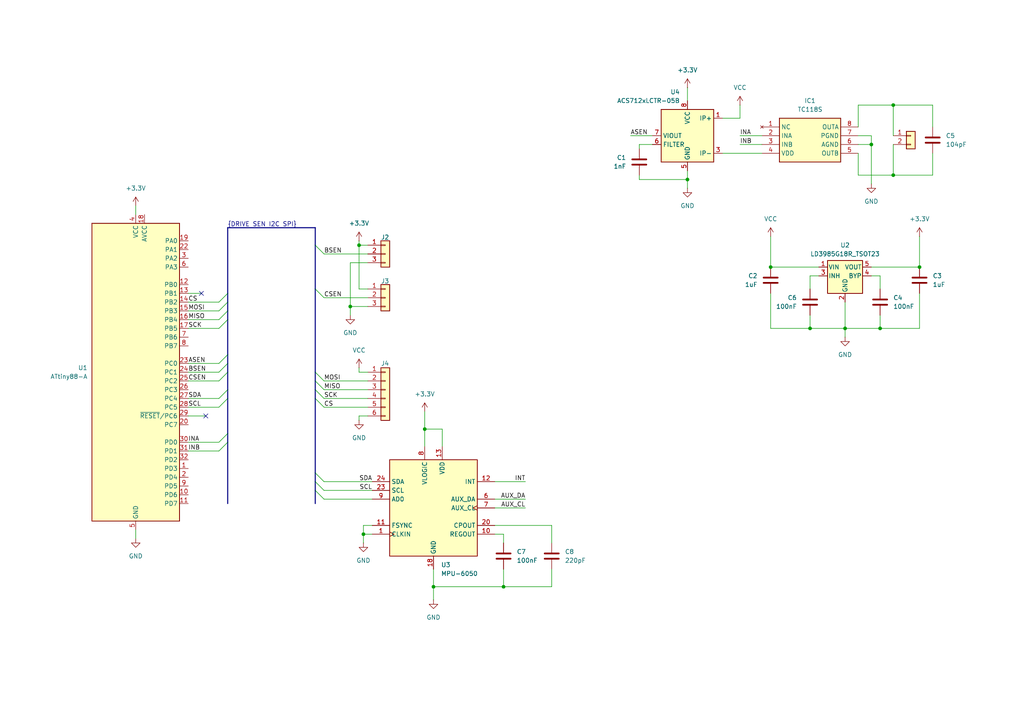
<source format=kicad_sch>
(kicad_sch (version 20231120) (generator "eeschema") (generator_version "8.0")
  (paper "A4")
  (lib_symbols
    (symbol "Connector_Generic:Conn_01x02" (pin_names (offset 1.016) hide)
      (property "Reference" "J" (at 0 2.54 0))
      (property "Value" "Conn_01x02" (at 0 -5.08 0))
      (symbol "Conn_01x02_1_1"
        (rectangle (start -1.27 -2.413) (end 0 -2.667) (stroke (width 0.1524)))
        (rectangle (start -1.27 0.127) (end 0 -0.127) (stroke (width 0.1524)))
        (rectangle (start -1.27 1.27) (end 1.27 -3.81) (stroke (width 0.254)) (fill (type background)))
        (pin passive line (at -5.08 0 0) (length 3.81) (name "Pin_1") (number "1"))
        (pin passive line (at -5.08 -2.54 0) (length 3.81) (name "Pin_2") (number "2"))
      )
    )
    (symbol "Connector_Generic:Conn_01x03" (pin_names (offset 1.016) hide)
      (property "Reference" "J" (at 0 5.08 0))
      (property "Value" "Conn_01x03" (at 0 -5.08 0))
      (symbol "Conn_01x03_1_1"
        (rectangle (start -1.27 -2.413) (end 0 -2.667) (stroke (width 0.1524)))
        (rectangle (start -1.27 0.127) (end 0 -0.127) (stroke (width 0.1524)))
        (rectangle (start -1.27 2.667) (end 0 2.413) (stroke (width 0.1524)))
        (rectangle (start -1.27 3.81) (end 1.27 -3.81) (stroke (width 0.254)) (fill (type background)))
        (pin passive line (at -5.08 2.54 0) (length 3.81) (name "Pin_1") (number "1"))
        (pin passive line (at -5.08 0 0) (length 3.81) (name "Pin_2") (number "2"))
        (pin passive line (at -5.08 -2.54 0) (length 3.81) (name "Pin_3") (number "3"))
      )
    )
    (symbol "Connector_Generic:Conn_01x06" (pin_names (offset 1.016) hide)
      (property "Reference" "J" (at 0 7.62 0))
      (property "Value" "Conn_01x06" (at 0 -10.16 0))
      (symbol "Conn_01x06_1_1"
        (rectangle (start -1.27 -7.493) (end 0 -7.747) (stroke (width 0.1524)))
        (rectangle (start -1.27 -4.953) (end 0 -5.207) (stroke (width 0.1524)))
        (rectangle (start -1.27 -2.413) (end 0 -2.667) (stroke (width 0.1524)))
        (rectangle (start -1.27 0.127) (end 0 -0.127) (stroke (width 0.1524)))
        (rectangle (start -1.27 2.667) (end 0 2.413) (stroke (width 0.1524)))
        (rectangle (start -1.27 5.207) (end 0 4.953) (stroke (width 0.1524)))
        (rectangle (start -1.27 6.35) (end 1.27 -8.89) (stroke (width 0.254)) (fill (type background)))
        (pin passive line (at -5.08 5.08 0) (length 3.81) (name "Pin_1") (number "1"))
        (pin passive line (at -5.08 2.54 0) (length 3.81) (name "Pin_2") (number "2"))
        (pin passive line (at -5.08 0 0) (length 3.81) (name "Pin_3") (number "3"))
        (pin passive line (at -5.08 -2.54 0) (length 3.81) (name "Pin_4") (number "4"))
        (pin passive line (at -5.08 -5.08 0) (length 3.81) (name "Pin_5") (number "5"))
        (pin passive line (at -5.08 -7.62 0) (length 3.81) (name "Pin_6") (number "6"))
      )
    )
    (symbol "Device:C" (pin_numbers hide) (pin_names (offset 0.254))
      (property "Reference" "C" (at 0.635 2.54 0))
      (property "Value" "C" (at 0.635 -2.54 0))
      (symbol "C_0_1"
        (polyline (pts (xy -2.032 -0.762) (xy 2.032 -0.762)) (stroke (width 0.508)))
        (polyline (pts (xy -2.032 0.762) (xy 2.032 0.762)) (stroke (width 0.508)))
      )
      (symbol "C_1_1"
        (pin passive line (at 0 3.81 270) (length 2.794) (name "~") (number "1"))
        (pin passive line (at 0 -3.81 90) (length 2.794) (name "~") (number "2"))
      )
    )
    (symbol "MCU_Microchip_ATtiny:ATtiny88-A"
      (property "Reference" "U" (at -12.7 44.45 0))
      (property "Value" "ATtiny88-A" (at 2.54 -44.45 0))
      (symbol "ATtiny88-A_0_1"
        (rectangle (start -12.7 -43.18) (end 12.7 43.18) (stroke (width 0.254)) (fill (type background)))
      )
      (symbol "ATtiny88-A_1_1"
        (pin bidirectional line (at 15.24 -27.94 180) (length 2.54) (name "PD3") (number "1"))
        (pin bidirectional line (at 15.24 -35.56 180) (length 2.54) (name "PD6") (number "10"))
        (pin bidirectional line (at 15.24 -38.1 180) (length 2.54) (name "PD7") (number "11"))
        (pin bidirectional line (at 15.24 25.4 180) (length 2.54) (name "PB0") (number "12"))
        (pin bidirectional line (at 15.24 22.86 180) (length 2.54) (name "PB1") (number "13"))
        (pin bidirectional line (at 15.24 20.32 180) (length 2.54) (name "PB2") (number "14"))
        (pin bidirectional line (at 15.24 17.78 180) (length 2.54) (name "PB3") (number "15"))
        (pin bidirectional line (at 15.24 15.24 180) (length 2.54) (name "PB4") (number "16"))
        (pin bidirectional line (at 15.24 12.7 180) (length 2.54) (name "PB5") (number "17"))
        (pin power_in line (at 2.54 45.72 270) (length 2.54) (name "AVCC") (number "18"))
        (pin bidirectional line (at 15.24 38.1 180) (length 2.54) (name "PA0") (number "19"))
        (pin bidirectional line (at 15.24 -30.48 180) (length 2.54) (name "PD4") (number "2"))
        (pin bidirectional line (at 15.24 -15.24 180) (length 2.54) (name "PC7") (number "20"))
        (pin passive line (at 0 -45.72 90) (length 2.54) hide (name "GND") (number "21"))
        (pin bidirectional line (at 15.24 35.56 180) (length 2.54) (name "PA1") (number "22"))
        (pin bidirectional line (at 15.24 2.54 180) (length 2.54) (name "PC0") (number "23"))
        (pin bidirectional line (at 15.24 0 180) (length 2.54) (name "PC1") (number "24"))
        (pin bidirectional line (at 15.24 -2.54 180) (length 2.54) (name "PC2") (number "25"))
        (pin bidirectional line (at 15.24 -5.08 180) (length 2.54) (name "PC3") (number "26"))
        (pin bidirectional line (at 15.24 -7.62 180) (length 2.54) (name "PC4") (number "27"))
        (pin bidirectional line (at 15.24 -10.16 180) (length 2.54) (name "PC5") (number "28"))
        (pin bidirectional line (at 15.24 -12.7 180) (length 2.54) (name "~{RESET}/PC6") (number "29"))
        (pin bidirectional line (at 15.24 33.02 180) (length 2.54) (name "PA2") (number "3"))
        (pin bidirectional line (at 15.24 -20.32 180) (length 2.54) (name "PD0") (number "30"))
        (pin bidirectional line (at 15.24 -22.86 180) (length 2.54) (name "PD1") (number "31"))
        (pin bidirectional line (at 15.24 -25.4 180) (length 2.54) (name "PD2") (number "32"))
        (pin power_in line (at 0 45.72 270) (length 2.54) (name "VCC") (number "4"))
        (pin power_in line (at 0 -45.72 90) (length 2.54) (name "GND") (number "5"))
        (pin bidirectional line (at 15.24 30.48 180) (length 2.54) (name "PA3") (number "6"))
        (pin bidirectional line (at 15.24 10.16 180) (length 2.54) (name "PB6") (number "7"))
        (pin bidirectional line (at 15.24 7.62 180) (length 2.54) (name "PB7") (number "8"))
        (pin bidirectional line (at 15.24 -33.02 180) (length 2.54) (name "PD5") (number "9"))
      )
    )
    (symbol "Regulator_Linear:LD3985G18R_TSOT23" (pin_names (offset 0.254))
      (property "Reference" "U" (at -4.064 5.588 0))
      (property "Value" "LD3985G18R_TSOT23" (at 0 5.588 0))
      (symbol "LD3985G18R_TSOT23_0_1"
        (rectangle (start -5.08 4.445) (end 5.08 -5.08) (stroke (width 0.254)) (fill (type background)))
      )
      (symbol "LD3985G18R_TSOT23_1_1"
        (pin power_in line (at -7.62 2.54 0) (length 2.54) (name "VIN") (number "1"))
        (pin power_in line (at 0 -7.62 90) (length 2.54) (name "GND") (number "2"))
        (pin input line (at -7.62 0 0) (length 2.54) (name "INH") (number "3"))
        (pin input line (at 7.62 0 180) (length 2.54) (name "BYP") (number "4"))
        (pin power_out line (at 7.62 2.54 180) (length 2.54) (name "VOUT") (number "5"))
      )
    )
    (symbol "Sensor_Current:ACS712xLCTR-05B"
      (property "Reference" "U" (at 2.54 11.43 0))
      (property "Value" "ACS712xLCTR-05B" (at 2.54 8.89 0))
      (symbol "ACS712xLCTR-05B_0_1"
        (rectangle (start -7.62 7.62) (end 7.62 -7.62) (stroke (width 0.254)) (fill (type background)))
      )
      (symbol "ACS712xLCTR-05B_1_1"
        (pin passive line (at -10.16 5.08 0) (length 2.54) (name "IP+") (number "1"))
        (pin passive line (at -10.16 5.08 0) (length 2.54) hide (name "IP+") (number "2"))
        (pin passive line (at -10.16 -5.08 0) (length 2.54) (name "IP-") (number "3"))
        (pin passive line (at -10.16 -5.08 0) (length 2.54) hide (name "IP-") (number "4"))
        (pin power_in line (at 0 -10.16 90) (length 2.54) (name "GND") (number "5"))
        (pin passive line (at 10.16 -2.54 180) (length 2.54) (name "FILTER") (number "6"))
        (pin output line (at 10.16 0 180) (length 2.54) (name "VIOUT") (number "7"))
        (pin power_in line (at 0 10.16 270) (length 2.54) (name "VCC") (number "8"))
      )
    )
    (symbol "Sensor_Motion:MPU-6050"
      (property "Reference" "U" (at -11.43 13.97 0))
      (property "Value" "MPU-6050" (at 7.62 -15.24 0))
      (symbol "MPU-6050_0_0"
        (text "" (at 12.7 -2.54 0) (effects (font (size 1.27 1.27))))
      )
      (symbol "MPU-6050_0_1"
        (rectangle (start -12.7 13.97) (end 12.7 -13.97) (stroke (width 0.254)) (fill (type background)))
      )
      (symbol "MPU-6050_1_1"
        (pin input clock (at -17.78 -7.62 0) (length 5.08) (name "CLKIN") (number "1"))
        (pin passive line (at 17.78 -7.62 180) (length 5.08) (name "REGOUT") (number "10"))
        (pin input line (at -17.78 -5.08 0) (length 5.08) (name "FSYNC") (number "11"))
        (pin output line (at 17.78 7.62 180) (length 5.08) (name "INT") (number "12"))
        (pin power_in line (at 2.54 17.78 270) (length 3.81) (name "VDD") (number "13"))
        (pin no_connect line (at -12.7 -10.16 0) (length 2.54) hide (name "NC") (number "14"))
        (pin no_connect line (at 12.7 12.7 180) (length 2.54) hide (name "NC") (number "15"))
        (pin no_connect line (at 12.7 10.16 180) (length 2.54) hide (name "NC") (number "16"))
        (pin no_connect line (at 12.7 5.08 180) (length 2.54) hide (name "NC") (number "17"))
        (pin power_in line (at 0 -17.78 90) (length 3.81) (name "GND") (number "18"))
        (pin no_connect line (at 12.7 -10.16 180) (length 2.54) hide (name "RESV") (number "19"))
        (pin no_connect line (at -12.7 12.7 0) (length 2.54) hide (name "NC") (number "2"))
        (pin passive line (at 17.78 -5.08 180) (length 5.08) (name "CPOUT") (number "20"))
        (pin no_connect line (at 12.7 -2.54 180) (length 2.54) hide (name "RESV") (number "21"))
        (pin no_connect line (at 12.7 -12.7 180) (length 2.54) hide (name "RESV") (number "22"))
        (pin input line (at -17.78 5.08 0) (length 5.08) (name "SCL") (number "23"))
        (pin bidirectional line (at -17.78 7.62 0) (length 5.08) (name "SDA") (number "24"))
        (pin no_connect line (at -12.7 10.16 0) (length 2.54) hide (name "NC") (number "3"))
        (pin no_connect line (at -12.7 0 0) (length 2.54) hide (name "NC") (number "4"))
        (pin no_connect line (at -12.7 -2.54 0) (length 2.54) hide (name "NC") (number "5"))
        (pin bidirectional line (at 17.78 2.54 180) (length 5.08) (name "AUX_DA") (number "6"))
        (pin output clock (at 17.78 0 180) (length 5.08) (name "AUX_CL") (number "7"))
        (pin power_in line (at -2.54 17.78 270) (length 3.81) (name "VLOGIC") (number "8"))
        (pin input line (at -17.78 2.54 0) (length 5.08) (name "AD0") (number "9"))
      )
    )
    (symbol "TC118S:TC118S"
      (property "Reference" "IC" (at 24.13 7.62 0))
      (property "Value" "TC118S" (at 24.13 5.08 0))
      (symbol "TC118S_1_1"
        (rectangle (start 5.08 2.54) (end 22.86 -10.16) (stroke (width 0.254)) (fill (type background)))
        (pin no_connect line (at 0 0 0) (length 5.08) (name "NC") (number "1"))
        (pin passive line (at 0 -2.54 0) (length 5.08) (name "INA") (number "2"))
        (pin passive line (at 0 -5.08 0) (length 5.08) (name "INB") (number "3"))
        (pin passive line (at 0 -7.62 0) (length 5.08) (name "VDD") (number "4"))
        (pin passive line (at 27.94 -7.62 180) (length 5.08) (name "OUTB") (number "5"))
        (pin passive line (at 27.94 -5.08 180) (length 5.08) (name "AGND") (number "6"))
        (pin passive line (at 27.94 -2.54 180) (length 5.08) (name "PGND") (number "7"))
        (pin passive line (at 27.94 0 180) (length 5.08) (name "OUTA") (number "8"))
      )
    )
    (symbol "power:+3.3V" (power) (pin_numbers hide) (pin_names (offset 0) hide)
      (property "Value" "+3.3V" (at 0 3.556 0))
      (symbol "+3.3V_0_1"
        (polyline (pts (xy -0.762 1.27) (xy 0 2.54)))
        (polyline (pts (xy 0 0) (xy 0 2.54)))
        (polyline (pts (xy 0 2.54) (xy 0.762 1.27)))
      )
      (symbol "+3.3V_1_1"
        (pin power_in line (at 0 0 90) (length 0) (name "~") (number "1"))
      )
    )
    (symbol "power:GND" (power) (pin_numbers hide) (pin_names (offset 0) hide)
      (property "Value" "GND" (at 0 -3.81 0))
      (symbol "GND_0_1"
        (polyline (pts (xy 0 0) (xy 0 -1.27) (xy 1.27 -1.27) (xy 0 -2.54) (xy -1.27 -1.27) (xy 0 -1.27)))
      )
      (symbol "GND_1_1"
        (pin power_in line (at 0 0 270) (length 0) (name "~") (number "1"))
      )
    )
    (symbol "power:VCC" (power) (pin_numbers hide) (pin_names (offset 0) hide)
      (property "Value" "VCC" (at 0 3.556 0))
      (symbol "VCC_0_1"
        (polyline (pts (xy -0.762 1.27) (xy 0 2.54)))
        (polyline (pts (xy 0 0) (xy 0 2.54)))
        (polyline (pts (xy 0 2.54) (xy 0.762 1.27)))
      )
      (symbol "VCC_1_1"
        (pin power_in line (at 0 0 90) (length 0) (name "~") (number "1"))
      )
    )
  )
  (bus_alias "ADC" (members "ADC[0..10]"))
  (bus_alias "DRIVE" (members "INA" "INB"))
  (bus_alias "I2C" (members "SDA" "SCL"))
  (bus_alias "SEN" (members "ASEN" "BSEN" "CSEN"))
  (bus_alias "SPI" (members "SCK" "MOSI" "MISO" "CS"))
  (junction (at 255.27 95.25))
  (junction (at 234.95 95.25))
  (junction (at 252.73 41.91))
  (junction (at 123.19 124.46))
  (junction (at 259.08 30.48))
  (junction (at 125.73 170.18))
  (junction (at 245.11 95.25))
  (junction (at 104.14 71.12))
  (junction (at 105.41 154.94))
  (junction (at 101.6 88.9))
  (junction (at 259.08 50.8))
  (junction (at 199.39 52.07))
  (junction (at 146.05 170.18))
  (junction (at 223.52 77.47))
  (junction (at 266.7 77.47))
  (no_connect (at 58.42 85.09))
  (no_connect (at 59.69 120.65))
  (bus_entry (at 66.04 105.41) (size -2.54 2.54))
  (bus_entry (at 66.04 90.17) (size -2.54 2.54))
  (bus_entry (at 91.44 115.57) (size 2.54 2.54))
  (bus_entry (at 66.04 92.71) (size -2.54 2.54))
  (bus_entry (at 91.44 113.03) (size 2.54 2.54))
  (bus_entry (at 66.04 107.95) (size -2.54 2.54))
  (bus_entry (at 91.44 71.12) (size 2.54 2.54))
  (bus_entry (at 91.44 83.82) (size 2.54 2.54))
  (bus_entry (at 91.44 107.95) (size 2.54 2.54))
  (bus_entry (at 66.04 87.63) (size -2.54 2.54))
  (bus_entry (at 91.44 137.16) (size 2.54 2.54))
  (bus_entry (at 66.04 115.57) (size -2.54 2.54))
  (bus_entry (at 66.04 113.03) (size -2.54 2.54))
  (bus_entry (at 66.04 128.27) (size -2.54 2.54))
  (bus_entry (at 91.44 110.49) (size 2.54 2.54))
  (bus_entry (at 91.44 139.7) (size 2.54 2.54))
  (bus_entry (at 91.44 142.24) (size 2.54 2.54))
  (bus_entry (at 66.04 85.09) (size -2.54 2.54))
  (bus_entry (at 66.04 125.73) (size -2.54 2.54))
  (bus_entry (at 66.04 102.87) (size -2.54 2.54))
  (wire (pts (xy 259.08 30.48) (xy 270.51 30.48)))
  (wire (pts (xy 54.61 130.81) (xy 63.5 130.81)))
  (wire (pts (xy 252.73 39.37) (xy 252.73 41.91)))
  (wire (pts (xy 248.92 30.48) (xy 259.08 30.48)))
  (wire (pts (xy 39.37 59.69) (xy 39.37 62.23)))
  (bus (pts (xy 66.04 107.95) (xy 66.04 105.41)))
  (wire (pts (xy 223.52 85.09) (xy 223.52 95.25)))
  (wire (pts (xy 143.51 147.32) (xy 152.4 147.32)))
  (wire (pts (xy 104.14 83.82) (xy 106.68 83.82)))
  (wire (pts (xy 101.6 88.9) (xy 106.68 88.9)))
  (wire (pts (xy 54.61 105.41) (xy 63.5 105.41)))
  (wire (pts (xy 199.39 52.07) (xy 199.39 54.61)))
  (bus (pts (xy 91.44 110.49) (xy 91.44 113.03)))
  (wire (pts (xy 237.49 80.01) (xy 234.95 80.01)))
  (wire (pts (xy 104.14 107.95) (xy 106.68 107.95)))
  (bus (pts (xy 66.04 146.05) (xy 66.04 128.27)))
  (wire (pts (xy 223.52 77.47) (xy 237.49 77.47)))
  (wire (pts (xy 106.68 71.12) (xy 104.14 71.12)))
  (wire (pts (xy 146.05 165.1) (xy 146.05 170.18)))
  (wire (pts (xy 105.41 154.94) (xy 107.95 154.94)))
  (wire (pts (xy 104.14 83.82) (xy 104.14 71.12)))
  (wire (pts (xy 54.61 128.27) (xy 63.5 128.27)))
  (wire (pts (xy 245.11 95.25) (xy 245.11 97.79)))
  (wire (pts (xy 255.27 95.25) (xy 245.11 95.25)))
  (wire (pts (xy 160.02 152.4) (xy 160.02 157.48)))
  (bus (pts (xy 91.44 107.95) (xy 91.44 110.49)))
  (bus (pts (xy 66.04 128.27) (xy 66.04 125.73)))
  (bus (pts (xy 66.04 113.03) (xy 66.04 107.95)))
  (wire (pts (xy 93.98 110.49) (xy 106.68 110.49)))
  (bus (pts (xy 66.04 125.73) (xy 66.04 115.57)))
  (wire (pts (xy 223.52 68.58) (xy 223.52 77.47)))
  (bus (pts (xy 66.04 66.04) (xy 91.44 66.04)))
  (wire (pts (xy 39.37 153.67) (xy 39.37 156.21)))
  (wire (pts (xy 270.51 36.83) (xy 270.51 30.48)))
  (wire (pts (xy 248.92 39.37) (xy 252.73 39.37)))
  (wire (pts (xy 104.14 106.68) (xy 104.14 107.95)))
  (wire (pts (xy 266.7 68.58) (xy 266.7 77.47)))
  (wire (pts (xy 252.73 41.91) (xy 252.73 53.34)))
  (bus (pts (xy 91.44 142.24) (xy 91.44 146.05)))
  (wire (pts (xy 143.51 144.78) (xy 152.4 144.78)))
  (wire (pts (xy 125.73 165.1) (xy 125.73 170.18)))
  (wire (pts (xy 123.19 119.38) (xy 123.19 124.46)))
  (wire (pts (xy 214.63 41.91) (xy 220.98 41.91)))
  (wire (pts (xy 266.7 95.25) (xy 255.27 95.25)))
  (wire (pts (xy 185.42 41.91) (xy 185.42 43.18)))
  (bus (pts (xy 66.04 102.87) (xy 66.04 92.71)))
  (wire (pts (xy 255.27 91.44) (xy 255.27 95.25)))
  (bus (pts (xy 91.44 113.03) (xy 91.44 115.57)))
  (wire (pts (xy 189.23 41.91) (xy 185.42 41.91)))
  (wire (pts (xy 182.88 39.37) (xy 189.23 39.37)))
  (wire (pts (xy 105.41 152.4) (xy 105.41 154.94)))
  (wire (pts (xy 245.11 87.63) (xy 245.11 95.25)))
  (bus (pts (xy 91.44 83.82) (xy 91.44 107.95)))
  (wire (pts (xy 223.52 95.25) (xy 234.95 95.25)))
  (bus (pts (xy 66.04 85.09) (xy 66.04 66.04)))
  (wire (pts (xy 59.69 120.65) (xy 54.61 120.65)))
  (wire (pts (xy 146.05 154.94) (xy 146.05 157.48)))
  (wire (pts (xy 106.68 76.2) (xy 101.6 76.2)))
  (bus (pts (xy 91.44 115.57) (xy 91.44 137.16)))
  (wire (pts (xy 248.92 44.45) (xy 248.92 50.8)))
  (wire (pts (xy 259.08 50.8) (xy 270.51 50.8)))
  (bus (pts (xy 66.04 92.71) (xy 66.04 90.17)))
  (wire (pts (xy 248.92 41.91) (xy 252.73 41.91)))
  (wire (pts (xy 143.51 152.4) (xy 160.02 152.4)))
  (wire (pts (xy 105.41 154.94) (xy 105.41 157.48)))
  (wire (pts (xy 128.27 124.46) (xy 123.19 124.46)))
  (wire (pts (xy 259.08 30.48) (xy 259.08 39.37)))
  (wire (pts (xy 259.08 41.91) (xy 259.08 50.8)))
  (bus (pts (xy 91.44 71.12) (xy 91.44 83.82)))
  (wire (pts (xy 54.61 118.11) (xy 63.5 118.11)))
  (wire (pts (xy 185.42 50.8) (xy 185.42 52.07)))
  (wire (pts (xy 125.73 170.18) (xy 125.73 173.99)))
  (wire (pts (xy 93.98 139.7) (xy 107.95 139.7)))
  (wire (pts (xy 93.98 142.24) (xy 107.95 142.24)))
  (wire (pts (xy 54.61 110.49) (xy 63.5 110.49)))
  (bus (pts (xy 66.04 115.57) (xy 66.04 113.03)))
  (wire (pts (xy 54.61 92.71) (xy 63.5 92.71)))
  (wire (pts (xy 146.05 170.18) (xy 160.02 170.18)))
  (bus (pts (xy 66.04 105.41) (xy 66.04 102.87)))
  (wire (pts (xy 54.61 87.63) (xy 63.5 87.63)))
  (wire (pts (xy 160.02 165.1) (xy 160.02 170.18)))
  (wire (pts (xy 54.61 95.25) (xy 63.5 95.25)))
  (wire (pts (xy 234.95 95.25) (xy 245.11 95.25)))
  (wire (pts (xy 214.63 34.29) (xy 214.63 30.48)))
  (wire (pts (xy 128.27 129.54) (xy 128.27 124.46)))
  (bus (pts (xy 66.04 90.17) (xy 66.04 87.63)))
  (wire (pts (xy 101.6 76.2) (xy 101.6 88.9)))
  (wire (pts (xy 143.51 139.7) (xy 152.4 139.7)))
  (wire (pts (xy 214.63 39.37) (xy 220.98 39.37)))
  (wire (pts (xy 248.92 50.8) (xy 259.08 50.8)))
  (wire (pts (xy 255.27 83.82) (xy 255.27 80.01)))
  (wire (pts (xy 185.42 52.07) (xy 199.39 52.07)))
  (wire (pts (xy 93.98 118.11) (xy 106.68 118.11)))
  (wire (pts (xy 93.98 113.03) (xy 106.68 113.03)))
  (bus (pts (xy 91.44 139.7) (xy 91.44 142.24)))
  (wire (pts (xy 104.14 71.12) (xy 104.14 69.85)))
  (wire (pts (xy 248.92 30.48) (xy 248.92 36.83)))
  (wire (pts (xy 125.73 170.18) (xy 146.05 170.18)))
  (wire (pts (xy 54.61 85.09) (xy 58.42 85.09)))
  (wire (pts (xy 209.55 34.29) (xy 214.63 34.29)))
  (wire (pts (xy 54.61 107.95) (xy 63.5 107.95)))
  (wire (pts (xy 266.7 85.09) (xy 266.7 95.25)))
  (wire (pts (xy 234.95 80.01) (xy 234.95 83.82)))
  (bus (pts (xy 91.44 137.16) (xy 91.44 139.7)))
  (wire (pts (xy 252.73 77.47) (xy 266.7 77.47)))
  (wire (pts (xy 255.27 80.01) (xy 252.73 80.01)))
  (wire (pts (xy 123.19 124.46) (xy 123.19 129.54)))
  (wire (pts (xy 54.61 90.17) (xy 63.5 90.17)))
  (wire (pts (xy 209.55 44.45) (xy 220.98 44.45)))
  (wire (pts (xy 106.68 120.65) (xy 104.14 120.65)))
  (bus (pts (xy 66.04 87.63) (xy 66.04 85.09)))
  (wire (pts (xy 199.39 52.07) (xy 199.39 49.53)))
  (wire (pts (xy 93.98 115.57) (xy 106.68 115.57)))
  (wire (pts (xy 143.51 154.94) (xy 146.05 154.94)))
  (wire (pts (xy 101.6 88.9) (xy 101.6 91.44)))
  (wire (pts (xy 93.98 86.36) (xy 106.68 86.36)))
  (wire (pts (xy 270.51 44.45) (xy 270.51 50.8)))
  (wire (pts (xy 234.95 91.44) (xy 234.95 95.25)))
  (wire (pts (xy 93.98 144.78) (xy 107.95 144.78)))
  (wire (pts (xy 199.39 25.4) (xy 199.39 29.21)))
  (wire (pts (xy 104.14 120.65) (xy 104.14 121.92)))
  (wire (pts (xy 93.98 73.66) (xy 106.68 73.66)))
  (wire (pts (xy 54.61 115.57) (xy 63.5 115.57)))
  (bus (pts (xy 91.44 66.04) (xy 91.44 71.12)))
  (wire (pts (xy 107.95 152.4) (xy 105.41 152.4)))
  (label "INB" (at 54.61 130.81 0))
  (label "SCL" (at 107.95 142.24 180))
  (label "BSEN" (at 54.61 107.95 0))
  (label "CSEN" (at 54.61 110.49 0))
  (label "MISO" (at 54.61 92.71 0))
  (label "ASEN" (at 54.61 105.41 0))
  (label "AUX_DA" (at 152.4 144.78 180))
  (label "CS" (at 54.61 87.63 0))
  (label "CSEN" (at 93.98 86.36 0))
  (label "ASEN" (at 182.88 39.37 0))
  (label "SCK" (at 93.98 115.57 0))
  (label "MISO" (at 93.98 113.03 0))
  (label "AUX_CL" (at 152.4 147.32 180))
  (label "MOSI" (at 93.98 110.49 0))
  (label "SCL" (at 54.61 118.11 0))
  (label "SDA" (at 107.95 139.7 180))
  (label "INB" (at 214.63 41.91 0))
  (label "INT" (at 152.4 139.7 180))
  (label "CS" (at 93.98 118.11 0))
  (label "SCK" (at 54.61 95.25 0))
  (label "INA" (at 54.61 128.27 0))
  (label "BSEN" (at 93.98 73.66 0))
  (label "SDA" (at 54.61 115.57 0))
  (label "{DRIVE SEN I2C SPI}" (at 66.04 66.04 0))
  (label "INA" (at 214.63 39.37 0))
  (label "MOSI" (at 54.61 90.17 0))
  (symbol (lib_id "Device:C") (at 223.52 81.28 0) (mirror y) (unit 1)
    (property "Reference" "C2" (at 219.71 80.0099 0) (effects (justify left)))
    (property "Value" "1uF" (at 219.71 82.5499 0) (effects (justify left)))
    (property "Footprint" "Capacitor_SMD:C_0402_1005Metric" (effects (hide yes)))
    (property "Description" "Unpolarized capacitor" (effects (hide yes)))
  )
  (symbol (lib_id "power:GND") (at 101.6 91.44 0) (unit 1)
    (property "Reference" "#PWR013" (effects (hide yes)))
    (property "Value" "GND" (at 101.6 96.52 0))
    (property "Description" "Power symbol creates a global label with name \"GND\" , ground" (effects (hide yes)))
  )
  (symbol (lib_id "power:GND") (at 125.73 173.99 0) (unit 1)
    (property "Reference" "#PWR015" (effects (hide yes)))
    (property "Value" "GND" (at 125.73 179.07 0))
    (property "Description" "Power symbol creates a global label with name \"GND\" , ground" (effects (hide yes)))
  )
  (symbol (lib_id "Device:C") (at 255.27 87.63 0) (unit 1)
    (property "Reference" "C4" (at 259.08 86.3599 0) (effects (justify left)))
    (property "Value" "100nF" (at 259.08 88.8999 0) (effects (justify left)))
    (property "Footprint" "Capacitor_SMD:C_0402_1005Metric" (effects (hide yes)))
    (property "Description" "Unpolarized capacitor" (effects (hide yes)))
  )
  (symbol (lib_id "power:+3.3V") (at 104.14 69.85 0) (unit 1)
    (property "Reference" "#PWR012" (effects (hide yes)))
    (property "Value" "+3.3V" (at 104.14 64.77 0))
    (property "Description" "Power symbol creates a global label with name \"+3.3V\"" (effects (hide yes)))
  )
  (symbol (lib_id "power:VCC") (at 214.63 30.48 0) (unit 1)
    (property "Reference" "#PWR01" (effects (hide yes)))
    (property "Value" "VCC" (at 214.63 25.4 0))
    (property "Description" "Power symbol creates a global label with name \"VCC\"" (effects (hide yes)))
  )
  (symbol (lib_id "Sensor_Motion:MPU-6050") (at 125.73 147.32 0) (unit 1)
    (property "Reference" "U3" (at 127.9241 163.83 0) (effects (justify left)))
    (property "Value" "MPU-6050" (at 127.9241 166.37 0) (effects (justify left)))
    (property "Footprint" "Sensor_Motion:InvenSense_QFN-24_4x4mm_P0.5mm" (effects (hide yes)))
    (property "Datasheet" "https://invensense.tdk.com/wp-content/uploads/2015/02/MPU-6000-Datasheet1.pdf" (effects (hide yes)))
    (property "Description" "InvenSense 6-Axis Motion Sensor, Gyroscope, Accelerometer, I2C" (effects (hide yes)))
  )
  (symbol (lib_id "Device:C") (at 234.95 87.63 0) (mirror y) (unit 1)
    (property "Reference" "C6" (at 231.14 86.3599 0) (effects (justify left)))
    (property "Value" "100nF" (at 231.14 88.8999 0) (effects (justify left)))
    (property "Footprint" "Capacitor_SMD:C_0402_1005Metric" (effects (hide yes)))
    (property "Description" "Unpolarized capacitor" (effects (hide yes)))
  )
  (symbol (lib_id "power:GND") (at 245.11 97.79 0) (unit 1)
    (property "Reference" "#PWR09" (effects (hide yes)))
    (property "Value" "GND" (at 245.11 102.87 0))
    (property "Description" "Power symbol creates a global label with name \"GND\" , ground" (effects (hide yes)))
  )
  (symbol (lib_id "Sensor_Current:ACS712xLCTR-05B") (at 199.39 39.37 0) (mirror y) (unit 1)
    (property "Reference" "U4" (at 197.1959 26.67 0) (effects (justify left)))
    (property "Value" "ACS712xLCTR-05B" (at 197.1959 29.21 0) (effects (justify left)))
    (property "Footprint" "Package_SO:SOIC-8_3.9x4.9mm_P1.27mm" (effects (hide yes)))
    (property "Datasheet" "http://www.allegromicro.com/~/media/Files/Datasheets/ACS712-Datasheet.ashx?la=en" (effects (hide yes)))
    (property "Description" "±5A Bidirectional Hall-Effect Current Sensor, +5.0V supply, 185mV/A, SOIC-8" (effects (hide yes)))
  )
  (symbol (lib_id "power:GND") (at 39.37 156.21 0) (unit 1)
    (property "Reference" "#PWR05" (effects (hide yes)))
    (property "Value" "GND" (at 39.37 161.29 0))
    (property "Description" "Power symbol creates a global label with name \"GND\" , ground" (effects (hide yes)))
  )
  (symbol (lib_id "MCU_Microchip_ATtiny:ATtiny88-A") (at 39.37 107.95 0) (unit 1)
    (property "Reference" "U1" (at 25.4 106.6799 0) (effects (justify right)))
    (property "Value" "ATtiny88-A" (at 25.4 109.2199 0) (effects (justify right)))
    (property "Footprint" "Package_QFP:TQFP-32_7x7mm_P0.8mm" (effects (hide yes)))
    (property "Datasheet" "http://ww1.microchip.com/downloads/en/DeviceDoc/doc8008.pdf" (effects (hide yes)))
    (property "Description" "12MHz, 8kB Flash, 512B SRAM, 64B EEPROM, TQFP-32" (effects (hide yes)))
  )
  (symbol (lib_id "power:VCC") (at 223.52 68.58 0) (unit 1)
    (property "Reference" "#PWR06" (effects (hide yes)))
    (property "Value" "VCC" (at 223.52 63.5 0))
    (property "Description" "Power symbol creates a global label with name \"VCC\"" (effects (hide yes)))
  )
  (symbol (lib_id "power:+3.3V") (at 266.7 68.58 0) (unit 1)
    (property "Reference" "#PWR08" (effects (hide yes)))
    (property "Value" "+3.3V" (at 266.7 63.5 0))
    (property "Description" "Power symbol creates a global label with name \"+3.3V\"" (effects (hide yes)))
  )
  (symbol (lib_id "Connector_Generic:Conn_01x03") (at 111.76 86.36 0) (unit 1)
    (property "Reference" "J3" (at 110.49 81.534 0) (effects (justify left)))
    (property "Value" "Conn_01x03" (effects (hide yes)))
    (property "Footprint" "Connector_MG_X:Connector_Sensor_Signal" (effects (hide yes)))
    (property "Description" "Generic connector, single row, 01x03, script generated (kicad-library-utils/schlib/autogen/connector/)" (effects (hide yes)))
  )
  (symbol (lib_id "Device:C") (at 146.05 161.29 0) (unit 1)
    (property "Reference" "C7" (at 149.86 160.0199 0) (effects (justify left)))
    (property "Value" "100nF" (at 149.86 162.5599 0) (effects (justify left)))
    (property "Footprint" "Capacitor_SMD:C_0402_1005Metric" (effects (hide yes)))
    (property "Description" "Unpolarized capacitor" (effects (hide yes)))
  )
  (symbol (lib_id "Connector_Generic:Conn_01x03") (at 111.76 73.66 0) (unit 1)
    (property "Reference" "J2" (at 110.49 68.834 0) (effects (justify left)))
    (property "Value" "Conn_01x03" (effects (hide yes)))
    (property "Footprint" "Connector_MG_X:Connector_Sensor_Signal" (effects (hide yes)))
    (property "Description" "Generic connector, single row, 01x03, script generated (kicad-library-utils/schlib/autogen/connector/)" (effects (hide yes)))
  )
  (symbol (lib_id "Connector_Generic:Conn_01x02") (at 264.16 39.37 0) (unit 1)
    (property "Reference" "J1" (effects (hide yes)))
    (property "Value" "Conn_01x02" (effects (hide yes)))
    (property "Footprint" "Connector_MG_X:Connector_Motor_DC" (effects (hide yes)))
    (property "Description" "Generic connector, single row, 01x02, script generated (kicad-library-utils/schlib/autogen/connector/)" (effects (hide yes)))
  )
  (symbol (lib_id "Device:C") (at 185.42 46.99 0) (mirror y) (unit 1)
    (property "Reference" "C1" (at 181.61 45.7199 0) (effects (justify left)))
    (property "Value" "1nF" (at 181.61 48.2599 0) (effects (justify left)))
    (property "Footprint" "Capacitor_SMD:C_1206_3216Metric" (effects (hide yes)))
    (property "Description" "Unpolarized capacitor" (effects (hide yes)))
  )
  (symbol (lib_id "power:GND") (at 199.39 54.61 0) (unit 1)
    (property "Reference" "#PWR03" (effects (hide yes)))
    (property "Value" "GND" (at 199.39 59.69 0))
    (property "Description" "Power symbol creates a global label with name \"GND\" , ground" (effects (hide yes)))
  )
  (symbol (lib_id "power:GND") (at 105.41 157.48 0) (unit 1)
    (property "Reference" "#PWR014" (effects (hide yes)))
    (property "Value" "GND" (at 105.41 162.56 0))
    (property "Description" "Power symbol creates a global label with name \"GND\" , ground" (effects (hide yes)))
  )
  (symbol (lib_id "power:+3.3V") (at 199.39 25.4 0) (unit 1)
    (property "Reference" "#PWR02" (effects (hide yes)))
    (property "Value" "+3.3V" (at 199.39 20.32 0))
    (property "Description" "Power symbol creates a global label with name \"+3.3V\"" (effects (hide yes)))
  )
  (symbol (lib_id "Device:C") (at 160.02 161.29 0) (unit 1)
    (property "Reference" "C8" (at 163.83 160.0199 0) (effects (justify left)))
    (property "Value" "220pF" (at 163.83 162.5599 0) (effects (justify left)))
    (property "Footprint" "Capacitor_SMD:C_0402_1005Metric" (effects (hide yes)))
    (property "Description" "Unpolarized capacitor" (effects (hide yes)))
  )
  (symbol (lib_id "power:GND") (at 104.14 121.92 0) (unit 1)
    (property "Reference" "#PWR011" (effects (hide yes)))
    (property "Value" "GND" (at 104.14 127 0))
    (property "Description" "Power symbol creates a global label with name \"GND\" , ground" (effects (hide yes)))
  )
  (symbol (lib_id "power:GND") (at 252.73 53.34 0) (unit 1)
    (property "Reference" "#PWR07" (effects (hide yes)))
    (property "Value" "GND" (at 252.73 58.42 0))
    (property "Description" "Power symbol creates a global label with name \"GND\" , ground" (effects (hide yes)))
  )
  (symbol (lib_id "power:+3.3V") (at 39.37 59.69 0) (unit 1)
    (property "Reference" "#PWR04" (effects (hide yes)))
    (property "Value" "+3.3V" (at 39.37 54.61 0))
    (property "Description" "Power symbol creates a global label with name \"+3.3V\"" (effects (hide yes)))
  )
  (symbol (lib_id "power:VCC") (at 104.14 106.68 0) (unit 1)
    (property "Reference" "#PWR010" (effects (hide yes)))
    (property "Value" "VCC" (at 104.14 101.6 0))
    (property "Description" "Power symbol creates a global label with name \"VCC\"" (effects (hide yes)))
  )
  (symbol (lib_id "Device:C") (at 266.7 81.28 0) (unit 1)
    (property "Reference" "C3" (at 270.51 80.0099 0) (effects (justify left)))
    (property "Value" "1uF" (at 270.51 82.5499 0) (effects (justify left)))
    (property "Footprint" "Capacitor_SMD:C_0402_1005Metric" (effects (hide yes)))
    (property "Description" "Unpolarized capacitor" (effects (hide yes)))
  )
  (symbol (lib_id "power:+3.3V") (at 123.19 119.38 0) (unit 1)
    (property "Reference" "#PWR016" (effects (hide yes)))
    (property "Value" "+3.3V" (at 123.19 114.3 0))
    (property "Description" "Power symbol creates a global label with name \"+3.3V\"" (effects (hide yes)))
  )
  (symbol (lib_id "Device:C") (at 270.51 40.64 0) (unit 1)
    (property "Reference" "C5" (at 274.32 39.3699 0) (effects (justify left)))
    (property "Value" "104pF" (at 274.32 41.9099 0) (effects (justify left)))
    (property "Footprint" "Capacitor_SMD:C_1206_3216Metric" (effects (hide yes)))
    (property "Description" "Unpolarized capacitor" (effects (hide yes)))
  )
  (symbol (lib_id "TC118S:TC118S") (at 220.98 36.83 0) (unit 1)
    (property "Reference" "IC1" (at 234.95 29.21 0))
    (property "Value" "TC118S" (at 234.95 31.75 0))
    (property "Footprint" "SOIC127P600X155-8N" (effects (hide yes)))
    (property "Datasheet" "http://www.chipsourcetek.com/Uploads/file/TC118S.pdf" (effects (hide yes)))
    (property "Description" "SOP-8_150mil Motor Driver ICs" (effects (hide yes)))
    (property "Height" "1.55" (effects (hide yes)))
    (property "Manufacturer_Name" "Chipsee" (effects (hide yes)))
    (property "Manufacturer_Part_Number" "TC118S" (effects (hide yes)))
  )
  (symbol (lib_id "Regulator_Linear:LD3985G18R_TSOT23") (at 245.11 80.01 0) (unit 1)
    (property "Reference" "U2" (at 245.11 71.12 0))
    (property "Value" "LD3985G18R_TSOT23" (at 245.11 73.66 0))
    (property "Footprint" "Package_TO_SOT_SMD:TSOT-23-5" (effects (hide yes)))
    (property "Datasheet" "http://www.st.com/internet/com/TECHNICAL_RESOURCES/TECHNICAL_LITERATURE/DATASHEET/CD00003395.pdf" (effects (hide yes)))
    (property "Description" "150mA Low Dropout Voltage Regulator, Fixed Output 1.8V, TSOT-23-5" (effects (hide yes)))
  )
  (symbol (lib_id "Connector_Generic:Conn_01x06") (at 111.76 113.03 0) (unit 1)
    (property "Reference" "J4" (at 110.49 105.41 0) (effects (justify left)))
    (property "Value" "Conn_01x06" (effects (hide yes)))
    (property "Footprint" "Connector_MG_X:Connector_User_Interface" (effects (hide yes)))
    (property "Description" "Generic connector, single row, 01x06, script generated (kicad-library-utils/schlib/autogen/connector/)" (effects (hide yes)))
  )
)
</source>
